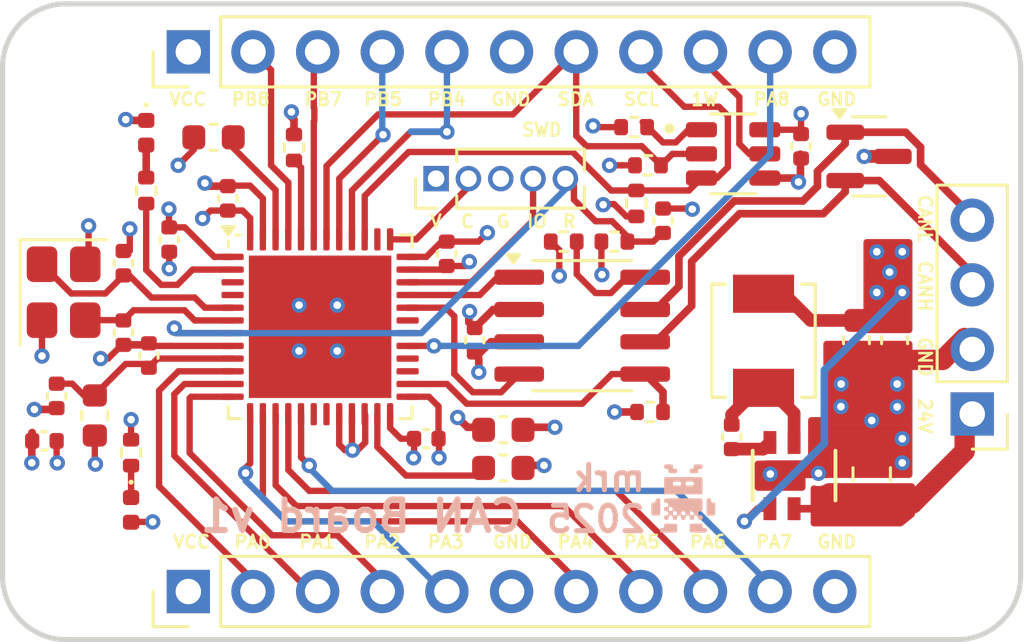
<source format=kicad_pcb>
(kicad_pcb (version 20241229) (generator "pcbnew") (generator_version "9.0")
  (title_block (title "STM32 CAN Node"))
  (layers (0 "F.Cu" signal) (4 "In1.Cu" power "Gnd.Cu") (6 "In2.Cu" power "Vcc.Cu") (2 "B.Cu" signal) (13 "F.Paste" user) (15 "B.Paste" user) (5 "F.SilkS" user "F.Silkscreen") (7 "B.SilkS" user "B.Silkscreen") (1 "F.Mask" user) (3 "B.Mask" user) (25 "Edge.Cuts" user))
  (net 0 "")
  (net 1 "+VIN")
  (net 2 "PA4")
  (net 3 "+3.3V")
  (net 4 "+3.3VA")
  (net 5 "HSE_IN")
  (net 6 "PA6")
  (net 7 "HSE_OUT")
  (net 8 "/PWR_LED_K")
  (net 9 "BOOT0")
  (net 10 "PA3")
  (net 11 "CAN_EN")
  (net 12 "/CAN_RS")
  (net 13 "I2C_SDA")
  (net 14 "PA2")
  (net 15 "Net-(C15-Pad1)")
  (net 16 "PA8")
  (net 17 "PA7")
  (net 18 "PA1")
  (net 19 "PA0")
  (net 20 "PA5")
  (net 21 "USER LED")
  (net 22 "CAN_RX")
  (net 23 "CANH")
  (net 24 "CAN_TX")
  (net 25 "PB5")
  (net 26 "PB7")
  (net 27 "CANL")
  (net 28 "Net-(D2-A)")
  (net 29 "NRST")
  (net 30 "PB4")
  (net 31 "I2C_SCL")
  (net 32 "PB8")
  (net 33 "GND")
  (net 34 "SWDIO")
  (net 35 "SWDCLK")
  (net 36 "Net-(U1-SLPZ)")
  (net 37 "1-W")
  (net 38 "/BST")
  (net 39 "/SW")
  (net 40 "Net-(C30-Pad1)")
  (footprint "Resistor_SMD:R_0402_1005Metric" (layer "F.Cu") (at 85.21 53.5)
    (property "Reference" "R5" (hide yes))
    (property "Value" "1.5kΩ" (hide yes))
  )
  (footprint "Capacitor_SMD:C_0402_1005Metric" (layer "F.Cu") (at 76.5 64.25 180)
    (property "Reference" "C6" (hide yes))
    (property "Value" "100nF" (hide yes))
  )
  (footprint "footprints:AP63203WU-7_DIO" (layer "F.Cu") (at 90.949999 65.70175 90)
    (property "Reference" "U5" (hide yes))
    (property "Value" "AP63203WU-7" (hide yes))
  )
  (footprint "Resistor_SMD:R_0402_1005Metric" (layer "F.Cu") (at 85.29 63.2)
    (property "Reference" "R7" (hide yes))
    (property "Value" "10kΩ" (hide yes))
  )
  (footprint "Package_TO_SOT_SMD:SOT-23" (layer "F.Cu") (at 93.895 53.15)
    (property "Reference" "D3" (hide yes))
    (property "Value" "NUP2105L" (hide yes))
  )
  (footprint "MountingHole:MountingHole_2.2mm_M2" (layer "F.Cu") (at 62.35 49.65)
    (property "Reference" "H2" (hide yes))
    (property "Value" "MountingHole" (hide yes))
  )
  (footprint "Capacitor_SMD:C_0603_1608Metric" (layer "F.Cu") (at 93.4 60.375 -90)
    (property "Reference" "C19" (hide yes))
    (property "Value" "22uF" (hide yes))
  )
  (footprint "mrk:DS2484" (layer "F.Cu") (at 88.555 53.051001)
    (property "Reference" "U1" (hide yes))
    (property "Value" "DS2484R+T")
  )
  (footprint "Capacitor_SMD:C_0402_1005Metric" (layer "F.Cu") (at 65.6 60.98 90)
    (property "Reference" "C8" (hide yes))
    (property "Value" "10nF" (hide yes))
  )
  (footprint "MountingHole:MountingHole_2.2mm_M2" (layer "F.Cu") (at 62.35 69.65)
    (property "Reference" "H3" (hide yes))
    (property "Value" "MountingHole" (hide yes))
  )
  (footprint "MountingHole:MountingHole_2.2mm_M2" (layer "F.Cu") (at 97.35 69.65)
    (property "Reference" "H4" (hide yes))
    (property "Value" "MountingHole" (hide yes))
  )
  (footprint "mrk:robbo2" (layer "F.Cu") (at 86.6 66.6)
    (property "Reference" "G***" (hide yes))
    (property "Value" "LOGO" (hide yes))
  )
  (footprint "Resistor_SMD:R_0402_1005Metric" (layer "F.Cu") (at 81.9 56.5 180)
    (property "Reference" "R3" (hide yes))
    (property "Value" "0Ω" (hide yes))
  )
  (footprint "Capacitor_SMD:C_0603_1608Metric" (layer "F.Cu") (at 68.14 52.4 180)
    (property "Reference" "C30" (hide yes))
    (property "Value" "2.2uF" (hide yes))
  )
  (footprint "Inductor_SMD:L_0603_1608Metric" (layer "F.Cu") (at 63.475 63.3375 -90)
    (property "Reference" "FB1" (hide yes))
    (property "Value" "FCM1608KF-601T05" (hide yes))
  )
  (footprint "Capacitor_SMD:C_0402_1005Metric" (layer "F.Cu") (at 85.8 55.68 -90)
    (property "Reference" "C11" (hide yes))
    (property "Value" "100nF" (hide yes))
  )
  (footprint "Capacitor_SMD:C_0402_1005Metric" (layer "F.Cu") (at 61.495 64.3375 180)
    (property "Reference" "C10" (hide yes))
    (property "Value" "100nF" (hide yes))
  )
  (footprint "Capacitor_SMD:C_0402_1005Metric" (layer "F.Cu") (at 88.5 64.18 90)
    (property "Reference" "C20" (hide yes))
    (property "Value" "100nF" (hide yes))
  )
  (footprint "Capacitor_SMD:C_0402_1005Metric" (layer "F.Cu") (at 66.4 56.42 -90)
    (property "Reference" "C4" (hide yes))
    (property "Value" "100nF" (hide yes))
  )
  (footprint "Resistor_SMD:R_0402_1005Metric" (layer "F.Cu") (at 84.665 52)
    (property "Reference" "R6" (hide yes))
    (property "Value" "1.5kΩ" (hide yes))
  )
  (footprint "mrk:IND_SRP4020TA-4R7M" (layer "F.Cu") (at 89.75 60.4 90)
    (property "Reference" "L1" (hide yes))
    (property "Value" "4.7uH" (hide yes))
  )
  (footprint "Resistor_SMD:R_0402_1005Metric" (layer "F.Cu") (at 84.75 55 90)
    (property "Reference" "R4" (hide yes))
    (property "Value" "1.5kΩ" (hide yes))
  )
  (footprint "Capacitor_SMD:C_0402_1005Metric" (layer "F.Cu") (at 64.6 60.08 -90)
    (property "Reference" "C13" (hide yes))
    (property "Value" "10pF" (hide yes))
  )
  (footprint "LED_SMD:LED_0402_1005Metric" (layer "F.Cu") (at 65.494375 52.219375 -90)
    (property "Reference" "D2" (hide yes))
    (property "Value" "C165977" (hide yes))
  )
  (footprint "Capacitor_SMD:C_0402_1005Metric" (layer "F.Cu") (at 78.4 60.38 90)
    (property "Reference" "C14" (hide yes))
    (property "Value" "100nF" (hide yes))
  )
  (footprint "Connector_PinHeader_2.54mm:PinHeader_1x04_P2.54mm_Vertical" (layer "F.Cu") (at 97.95 63.28 180)
    (property "Reference" "J1" (hide yes))
    (property "Value" "Conn_01x04_Pin" (hide yes))
  )
  (footprint "Capacitor_SMD:C_0805_2012Metric" (layer "F.Cu") (at 94 65.65 90)
    (property "Reference" "C1" (hide yes))
    (property "Value" "22uF" (hide yes))
  )
  (footprint "Package_SO:SOIC-8_3.9x4.9mm_P1.27mm" (layer "F.Cu") (at 82.625 59.805)
    (property "Reference" "U4" (hide yes))
    (property "Value" "SN65HVD234DR")
  )
  (footprint "Capacitor_SMD:C_0603_1608Metric" (layer "F.Cu") (at 79.525 65.4)
    (property "Reference" "C15" (hide yes))
    (property "Value" "2.2uF" (hide yes))
  )
  (footprint "Package_DFN_QFN:QFN-48-1EP_7x7mm_P0.5mm_EP5.6x5.6mm" (layer "F.Cu") (at 72.3275 59.85)
    (property "Reference" "U3_1" (hide yes))
    (property "Value" "STM32U535CEUxQ" (hide yes))
  )
  (footprint "Capacitor_SMD:C_0402_1005Metric" (layer "F.Cu") (at 61.975 62.5675 -90)
    (property "Reference" "C9" (hide yes))
    (property "Value" "1uF" (hide yes))
  )
  (footprint "Connector_PinHeader_1.27mm:PinHeader_1x05_P1.27mm_Vertical" (layer "F.Cu") (at 76.885 54.025 90)
    (property "Reference" "J4" (hide yes))
    (property "Value" "Conn_01x05_Pin" (hide yes))
  )
  (footprint "Capacitor_SMD:C_0402_1005Metric" (layer "F.Cu") (at 77.3 56.98 -90)
    (property "Reference" "C5" (hide yes))
    (property "Value" "100nF" (hide yes))
  )
  (footprint "Capacitor_SMD:C_0402_1005Metric" (layer "F.Cu") (at 68.7 54.8 90)
    (property "Reference" "C7" (hide yes))
    (property "Value" "100nF" (hide yes))
  )
  (footprint "Capacitor_SMD:C_0402_1005Metric" (layer "F.Cu") (at 64.6 57.35 90)
    (property "Reference" "C12" (hide yes))
    (property "Value" "10pF" (hide yes))
  )
  (footprint "Capacitor_SMD:C_0603_1608Metric" (layer "F.Cu") (at 79.525 63.9)
    (property "Reference" "C3" (hide yes))
    (property "Value" "10uF" (hide yes))
  )
  (footprint "Capacitor_SMD:C_0402_1005Metric" (layer "F.Cu") (at 91.225 52.75 -90)
    (property "Reference" "C16" (hide yes))
    (property "Value" "100nF" (hide yes))
  )
  (footprint "MountingHole:MountingHole_2.2mm_M2" (layer "F.Cu") (at 97.35 49.65)
    (property "Reference" "H1" (hide yes))
    (property "Value" "MountingHole" (hide yes))
  )
  (footprint "Connector_PinHeader_2.54mm:PinHeader_1x11_P2.54mm_Vertical" (layer "F.Cu") (at 67.15 49.04 90)
    (property "Reference" "J3" (hide yes))
    (property "Value" "Conn_01x11_Pin" (hide yes))
  )
  (footprint "Crystal:Crystal_SMD_3225-4Pin_3.2x2.5mm" (layer "F.Cu") (at 62.25 58.49 -90)
    (property "Reference" "Y1" (hide yes))
    (property "Value" "16MHz" (hide yes))
  )
  (footprint "Resistor_SMD:R_0402_1005Metric" (layer "F.Cu") (at 64.9 64.79975 90)
    (property "Reference" "R1" (hide yes))
    (property "Value" "1.5kΩ" (hide yes))
  )
  (footprint "LED_SMD:LED_0402_1005Metric" (layer "F.Cu") (at 64.9 67.04975 -90)
    (property "Reference" "D1" (hide yes))
    (property "Value" "C397045" (hide yes))
  )
  (footprint "Resistor_SMD:R_0402_1005Metric" (layer "F.Cu") (at 71.3 52.8 90)
    (property "Reference" "R2" (hide yes))
    (property "Value" "10kΩ" (hide yes))
  )
  (footprint "Connector_PinHeader_2.54mm:PinHeader_1x11_P2.54mm_Vertical" (layer "F.Cu") (at 67.15 70.26 90)
    (property "Reference" "J2" (hide yes))
    (property "Value" "Conn_01x11_Pin" (hide yes))
  )
  (footprint "Resistor_SMD:R_0402_1005Metric" (layer "F.Cu") (at 83.89 56.5)
    (property "Reference" "R8" (hide yes))
    (property "Value" "10kΩ" (hide yes))
  )
  (footprint "Capacitor_SMD:C_0603_1608Metric" (layer "F.Cu") (at 94.9 60.375 -90)
    (property "Reference" "C18" (hide yes))
    (property "Value" "22uF" (hide yes))
  )
  (footprint "Resistor_SMD:R_0402_1005Metric" (layer "F.Cu") (at 65.494375 54.494375 90)
    (property "Reference" "R9" (hide yes))
    (property "Value" "1.5kΩ" (hide yes))
  )
  (gr_arc (start 99.85 69.65) (mid 99.117767 71.417767) (end 97.35 72.15) (stroke (width 0.2)) (layer "Edge.Cuts"))
  (gr_arc (start 59.85 49.65) (mid 60.582233 47.882233) (end 62.35 47.15) (stroke (width 0.2)) (layer "Edge.Cuts"))
  (gr_line (start 99.85 69.65) (end 99.85 49.65) (stroke (width 0.2)) (layer "Edge.Cuts"))
  (gr_line (start 62.35 47.15) (end 97.35 47.15) (stroke (width 0.2)) (layer "Edge.Cuts"))
  (gr_line (start 59.85 49.65) (end 59.85 69.65) (stroke (width 0.2)) (layer "Edge.Cuts"))
  (gr_line (start 62.35 72.15) (end 97.35 72.15) (stroke (width 0.2)) (layer "Edge.Cuts"))
  (gr_arc (start 97.35 47.15) (mid 99.117767 47.882233) (end 99.85 49.65) (stroke (width 0.2)) (layer "Edge.Cuts"))
  (gr_arc (start 62.35 72.15) (mid 60.582233 71.417767) (end 59.85 69.65) (stroke (width 0.2)) (layer "Edge.Cuts"))
  (gr_text "PA2" (at 74 68.6 0) (layer "F.SilkS") (effects (font (size 0.5 0.5) (thickness 0.1) (bold yes)) (justify left bottom)))
  (gr_text "G" (at 79.2 56 0) (layer "F.SilkS") (effects (font (size 0.5 0.5) (thickness 0.1) (bold yes)) (justify left bottom)))
  (gr_text "GND" (at 91.8 68.6 0) (layer "F.SilkS") (effects (font (size 0.5 0.5) (thickness 0.1) (bold yes)) (justify left bottom)))
  (gr_text "SWD" (at 80.2 52.4 0) (layer "F.SilkS") (effects (font (size 0.5 0.5) (thickness 0.1) (bold yes)) (justify left bottom)))
  (gr_text "PA4" (at 81.6 68.6 0) (layer "F.SilkS") (effects (font (size 0.5 0.5) (thickness 0.1) (bold yes)) (justify left bottom)))
  (gr_text "VCC" (at 66.5 68.6 0) (layer "F.SilkS") (effects (font (size 0.5 0.5) (thickness 0.1) (bold yes)) (justify left bottom)))
  (gr_text "PA6" (at 86.8 68.6 0) (layer "F.SilkS") (effects (font (size 0.5 0.5) (thickness 0.1) (bold yes)) (justify left bottom)))
  (gr_text "PA1" (at 71.45 68.6 0) (layer "F.SilkS") (effects (font (size 0.5 0.5) (thickness 0.1) (bold yes)) (justify left bottom)))
  (gr_text "SCL" (at 84.2 51.2 0) (layer "F.SilkS") (effects (font (size 0.5 0.5) (thickness 0.1) (bold yes)) (justify left bottom)))
  (gr_text "PB5" (at 74 51.2 0) (layer "F.SilkS") (effects (font (size 0.5 0.5) (thickness 0.1) (bold yes)) (justify left bottom)))
  (gr_text "CANL" (at 95.8 54.6 270) (layer "F.SilkS") (effects (font (size 0.5 0.5) (thickness 0.1) (bold yes)) (justify left bottom)))
  (gr_text "GND" (at 95.8 60.2 270) (layer "F.SilkS") (effects (font (size 0.5 0.5) (thickness 0.1) (bold yes)) (justify left bottom)))
  (gr_text "VCC" (at 66.35 51.2 0) (layer "F.SilkS") (effects (font (size 0.5 0.5) (thickness 0.1) (bold yes)) (justify left bottom)))
  (gr_text "PA0" (at 68.9 68.6 0) (layer "F.SilkS") (effects (font (size 0.5 0.5) (thickness 0.1) (bold yes)) (justify left bottom)))
  (gr_text "PB7" (at 71.65 51.2 0) (layer "F.SilkS") (effects (font (size 0.5 0.5) (thickness 0.1) (bold yes)) (justify left bottom)))
  (gr_text "PB4" (at 76.5 51.2 0) (layer "F.SilkS") (effects (font (size 0.5 0.5) (thickness 0.1) (bold yes)) (justify left bottom)))
  (gr_text "PA3" (at 76.5 68.6 0) (layer "F.SilkS") (effects (font (size 0.5 0.5) (thickness 0.1) (bold yes)) (justify left bottom)))
  (gr_text "24V" (at 95.8 62.6 270) (layer "F.SilkS") (effects (font (size 0.5 0.5) (thickness 0.1) (bold yes)) (justify left bottom)))
  (gr_text "PB8" (at 68.8 51.2 0) (layer "F.SilkS") (effects (font (size 0.5 0.5) (thickness 0.1) (bold yes)) (justify left bottom)))
  (gr_text "1W" (at 86.85 51.2 0) (layer "F.SilkS") (effects (font (size 0.5 0.5) (thickness 0.1) (bold yes)) (justify left bottom)))
  (gr_text "V" (at 76.6 56 0) (layer "F.SilkS") (effects (font (size 0.5 0.5) (thickness 0.1) (bold yes)) (justify left bottom)))
  (gr_text "GND" (at 79.05 68.6 0) (layer "F.SilkS") (effects (font (size 0.5 0.5) (thickness 0.1) (bold yes)) (justify left bottom)))
  (gr_text "CANH" (at 95.8 57.2 270) (layer "F.SilkS") (effects (font (size 0.5 0.5) (thickness 0.1) (bold yes)) (justify left bottom)))
  (gr_text "PA7" (at 89.4 68.6 0) (layer "F.SilkS") (effects (font (size 0.5 0.5) (thickness 0.1) (bold yes)) (justify left bottom)))
  (gr_text "PA8" (at 89.3 51.2 0) (layer "F.SilkS") (effects (font (size 0.5 0.5) (thickness 0.1) (bold yes)) (justify left bottom)))
  (gr_text "R" (at 81.8 56 0) (layer "F.SilkS") (effects (font (size 0.5 0.5) (thickness 0.1) (bold yes)) (justify left bottom)))
  (gr_text "C" (at 77.8 56 0) (layer "F.SilkS") (effects (font (size 0.5 0.5) (thickness 0.1) (bold yes)) (justify left bottom)))
  (gr_text "GND" (at 91.8 51.2 0) (layer "F.SilkS") (effects (font (size 0.5 0.5) (thickness 0.1) (bold yes)) (justify left bottom)))
  (gr_text "SDA" (at 81.6 51.2 0) (layer "F.SilkS") (effects (font (size 0.5 0.5) (thickness 0.1) (bold yes)) (justify left bottom)))
  (gr_text "IO" (at 80.4 56 0) (layer "F.SilkS") (effects (font (size 0.5 0.5) (thickness 0.1) (bold yes)) (justify left bottom)))
  (gr_text "PA5" (at 84.2 68.6 0) (layer "F.SilkS") (effects (font (size 0.5 0.5) (thickness 0.1) (bold yes)) (justify left bottom)))
  (gr_text "GND" (at 79 51.2 0) (layer "F.SilkS") (effects (font (size 0.5 0.5) (thickness 0.1) (bold yes)) (justify left bottom)))
  (gr_text "mrk\n2025" (at 85.2 68 0) (layer "B.SilkS") (effects (font (size 1 1) (thickness 0.2) (bold yes)) (justify left bottom mirror)))
  (gr_text "CAN Board v1" (at 80.4 68 0) (layer "B.SilkS") (effects (font (size 1.2 1.2) (thickness 0.24) (bold yes)) (justify left bottom mirror)))
  (segment (start 90.949999 67.0035) (end 91.9 67.0035) (width 0.3) (layer "F.Cu") (net 1))
  (segment (start 95.2 66.8) (end 95.6 66.8) (width 0.8) (layer "F.Cu") (net 1))
  (segment (start 95.6 66.8) (end 97.65 64.75) (width 0.8) (layer "F.Cu") (net 1))
  (segment (start 97.65 64.75) (end 97.65 62.83) (width 0.8) (layer "F.Cu") (net 1))
  (segment (start 70.08 66.58) (end 71 67.5) (width 0.25) (layer "F.Cu") (net 2))
  (segment (start 71 67.5) (end 80.08 67.5) (width 0.25) (layer "F.Cu") (net 2))
  (segment (start 80.08 67.5) (end 82.39 69.81) (width 0.25) (layer "F.Cu") (net 2))
  (segment (start 70.08 63.2875) (end 70.08 66.58) (width 0.25) (layer "F.Cu") (net 2))
  (segment (start 79.05 63.8) (end 78.116442 63.8) (width 0.3) (layer "F.Cu") (net 3))
  (segment (start 63.475 64.125) (end 63.475 65.225) (width 0.25) (layer "F.Cu") (net 3))
  (segment (start 75.7675 57.1) (end 76.5 57.1) (width 0.25) (layer "F.Cu") (net 3))
  (segment (start 83.474265 55.025735) (end 83.877507 55.025735) (width 0.25) (layer "F.Cu") (net 3))
  (segment (start 68.02 55.28) (end 67.71 55.59) (width 0.25) (layer "F.Cu") (net 3))
  (segment (start 83.38 56.5) (end 83.38 57.78) (width 0.25) (layer "F.Cu") (net 3))
  (segment (start 76.98 62.98) (end 76.6 62.6) (width 0.25) (layer "F.Cu") (net 3))
  (segment (start 83.38 57.78) (end 83.4 57.8) (width 0.25) (layer "F.Cu") (net 3))
  (segment (start 80.15 60.44) (end 79.04 60.44) (width 0.3) (layer "F.Cu") (net 3))
  (segment (start 78.55 56.5) (end 77.3 56.5) (width 0.25) (layer "F.Cu") (net 3))
  (segment (start 61.975 64.975) (end 61.975 64.3375) (width 0.25) (layer "F.Cu") (net 3))
  (segment (start 68.7 55.28) (end 68.02 55.28) (width 0.25) (layer "F.Cu") (net 3))
  (segment (start 78.116442 63.8) (end 77.731324 63.414882) (width 0.3) (layer "F.Cu") (net 3))
  (segment (start 94.9 59.6) (end 91.6 59.6) (width 0.5) (layer "F.Cu") (net 3))
  (segment (start 83.05 51.95) (end 83.1 52) (width 0.25) (layer "F.Cu") (net 3))
  (segment (start 77 65) (end 77 64.27) (width 0.25) (layer "F.Cu") (net 3))
  (segment (start 78.562765 61.122765) (end 78.4 60.96) (width 0.25) (layer "F.Cu") (net 3))
  (segment (start 67.0075 55.94) (end 66.4 55.94) (width 0.25) (layer "F.Cu") (net 3))
  (segment (start 79.04 60.44) (end 78.5 60.98) (width 0.3) (layer "F.Cu") (net 3))
  (segment (start 91.225 52.27) (end 91.225 51.47) (width 0.25) (layer "F.Cu") (net 3))
  (segment (start 69.58 55.58) (end 69.28 55.28) (width 0.25) (layer "F.Cu") (net 3))
  (segment (start 76.6 62.6) (end 75.765 62.6) (width 0.25) (layer "F.Cu") (net 3))
  (segment (start 84.199265 53.500735) (end 84.2 53.5) (width 0.25) (layer "F.Cu") (net 3))
  (segment (start 84.2 53.5) (end 84.7 53.5) (width 0.25) (layer "F.Cu") (net 3))
  (segment (start 65.75 67.521) (end 64.91375 67.521) (width 0.25) (layer "F.Cu") (net 3))
  (segment (start 62 65) (end 61.975 64.975) (width 0.25) (layer "F.Cu") (net 3))
  (segment (start 83.877507 55.025735) (end 84.361772 55.51) (width 0.25) (layer "F.Cu") (net 3))
  (segment (start 91.055 52.1) (end 89.801001 52.1) (width 0.25) (layer "F.Cu") (net 3))
  (segment (start 76.5 57.1) (end 77.1 56.5) (width 0.25) (layer "F.Cu") (net 3))
  (segment (start 83.45 55.05) (end 83.474265 55.025735) (width 0.25) (layer "F.Cu") (net 3))
  (segment (start 90.55 58.55) (end 89.75 58.55) (width 0.5) (layer "F.Cu") (net 3))
  (segment (start 89.4965 67.0035) (end 89.999998 67.0035) (width 0.25) (layer "F.Cu") (net 3))
  (segment (start 84.361772 55.51) (end 84.75 55.51) (width 0.25) (layer "F.Cu") (net 3))
  (segment (start 89 67.5) (end 89.4965 67.0035) (width 0.25) (layer "F.Cu") (net 3))
  (segment (start 78.9 56.15) (end 78.65 56.4) (width 0.25) (layer "F.Cu") (net 3))
  (segment (start 91.225 52.27) (end 91.055 52.1) (width 0.25) (layer "F.Cu") (net 3))
  (segment (start 76.98 64.25) (end 76.98 62.98) (width 0.25) (layer "F.Cu") (net 3))
  (segment (start 69.58 56.4125) (end 69.58 55.58) (width 0.25) (layer "F.Cu") (net 3))
  (segment (start 66.387306 55.22) (end 66.387306 55.927306) (width 0.25) (layer "F.Cu") (net 3))
  (segment (start 78.562765 61.637235) (end 78.562765 61.122765) (width 0.3) (layer "F.Cu") (net 3))
  (segment (start 78.65 56.4) (end 78.55 56.5) (width 0.25) (layer "F.Cu") (net 3))
  (segment (start 83.1 52) (end 84.155 52) (width 0.25) (layer "F.Cu") (net 3))
  (segment (start 63.475 65.225) (end 63.5 65.25) (width 0.25) (layer "F.Cu") (net 3))
  (segment (start 91.6 59.6) (end 90.55 58.55) (width 0.5) (layer "F.Cu") (net 3))
  (segment (start 68.8925 57.1) (end 68.1675 57.1) (width 0.25) (layer "F.Cu") (net 3))
  (segment (start 83.699265 53.500735) (end 84.199265 53.500735) (width 0.25) (layer "F.Cu") (net 3))
  (segment (start 68.1675 57.1) (end 67.0075 55.94) (width 0.25) (layer "F.Cu") (net 3))
  (segment (start 69.28 55.28) (end 68.7 55.28) (width 0.25) (layer "F.Cu") (net 3))
  (segment (start 62 65.2) (end 62 65) (width 0.25) (layer "F.Cu") (net 3))
  (via (at 95.2 58.5) (size 0.6) (drill 0.3) (layers "F.Cu" "B.Cu") (net 3))
  (via (at 66.387306 55.22) (size 0.6) (drill 0.3) (layers "F.Cu" "B.Cu") (net 3))
  (via (at 94.2 56.9) (size 0.6) (drill 0.3) (layers "F.Cu" "B.Cu") (net 3))
  (via (at 67.71 55.59) (size 0.6) (drill 0.3) (layers "F.Cu" "B.Cu") (net 3))
  (via (at 95.2 56.9) (size 0.6) (drill 0.3) (layers "F.Cu" "B.Cu") (net 3))
  (via (at 77 65) (size 0.6) (drill 0.3) (layers "F.Cu" "B.Cu") (net 3))
  (via (at 83.699265 53.500735) (size 0.6) (drill 0.3) (layers "F.Cu" "B.Cu") (net 3))
  (via (at 83.45 55.05) (size 0.6) (drill 0.3) (layers "F.Cu" "B.Cu") (net 3))
  (via (at 83.05 51.95) (size 0.6) (drill 0.3) (layers "F.Cu" "B.Cu") (net 3))
  (via (at 89 67.5) (size 0.6) (drill 0.3) (layers "F.Cu" "B.Cu") (net 3))
  (via (at 77.731324 63.414882) (size 0.6) (drill 0.3) (layers "F.Cu" "B.Cu") (net 3))
  (via (at 83.4 57.8) (size 0.6) (drill 0.3) (layers "F.Cu" "B.Cu") (net 3))
  (via (at 65.75 67.521) (size 0.6) (drill 0.3) (layers "F.Cu" "B.Cu") (net 3))
  (via (at 94.2 58.5) (size 0.6) (drill 0.3) (layers "F.Cu" "B.Cu") (net 3))
  (via (at 63.5 65.25) (size 0.6) (drill 0.3) (layers "F.Cu" "B.Cu") (net 3))
  (via (at 78.9 56.15) (size 0.6) (drill 0.3) (layers "F.Cu" "B.Cu") (net 3))
  (via (at 62 65.2) (size 0.6) (drill 0.3) (layers "F.Cu" "B.Cu") (net 3))
  (via (at 94.7 57.7) (size 0.6) (drill 0.3) (layers "F.Cu" "B.Cu") (net 3))
  (via (at 91.225 51.47) (size 0.6) (drill 0.3) (layers "F.Cu" "B.Cu") (net 3))
  (via (at 78.562765 61.637235) (size 0.6) (drill 0.3) (layers "F.Cu" "B.Cu") (net 3))
  (segment (start 92.13938 61.56062) (end 95.2 58.5) (width 0.3) (layer "B.Cu") (net 3))
  (segment (start 92.13938 64.43562) (end 92.13938 61.56062) (width 0.3) (layer "B.Cu") (net 3))
  (segment (start 89 67.5) (end 89.075 67.5) (width 0.3) (layer "B.Cu") (net 3))
  (segment (start 89.075 67.5) (end 92.13938 64.43562) (width 0.3) (layer "B.Cu") (net 3))
  (segment (start 64.69 61.31) (end 63.475 62.525) (width 0.25) (layer "F.Cu") (net 4))
  (segment (start 65.73 61.31) (end 64.69 61.31) (width 0.25) (layer "F.Cu") (net 4))
  (segment (start 68.8925 61.1) (end 65.94 61.1) (width 0.25) (layer "F.Cu") (net 4))
  (segment (start 63.05 62.55) (end 62.5875 62.0875) (width 0.25) (layer "F.Cu") (net 4))
  (segment (start 63.475 62.55) (end 63.05 62.55) (width 0.25) (layer "F.Cu") (net 4))
  (segment (start 65.94 61.1) (end 65.73 61.31) (width 0.25) (layer "F.Cu") (net 4))
  (segment (start 62.5875 62.0875) (end 61.975 62.0875) (width 0.25) (layer "F.Cu") (net 4))
  (segment (start 62.549 58.539) (end 63.891 58.539) (width 0.25) (layer "F.Cu") (net 5))
  (segment (start 67.4 58.7) (end 65.7 58.7) (width 0.25) (layer "F.Cu") (net 5))
  (segment (start 67.8 59.1) (end 67.4 58.7) (width 0.25) (layer "F.Cu") (net 5))
  (segment (start 68.8925 59.1) (end 67.8 59.1) (width 0.25) (layer "F.Cu") (net 5))
  (segment (start 63.891 58.539) (end 64.6 57.83) (width 0.25) (layer "F.Cu") (net 5))
  (segment (start 65.7 58.7) (end 64.83 57.83) (width 0.25) (layer "F.Cu") (net 5))
  (segment (start 64.83 57.83) (end 64.6 57.83) (width 0.25) (layer "F.Cu") (net 5))
  (segment (start 61.4 57.39) (end 62.549 58.539) (width 0.25) (layer "F.Cu") (net 5))
  (segment (start 71.899999 66.3) (end 83.96 66.3) (width 0.25) (layer "F.Cu") (net 6))
  (segment (start 71.08 63.2875) (end 71.08 65.480001) (width 0.25) (layer "F.Cu") (net 6))
  (segment (start 83.96 66.3) (end 87.51 69.85) (width 0.25) (layer "F.Cu") (net 6))
  (segment (start 71.08 65.480001) (end 71.899999 66.3) (width 0.25) (layer "F.Cu") (net 6))
  (segment (start 68.8925 59.6) (end 67.4 59.6) (width 0.25) (layer "F.Cu") (net 7))
  (segment (start 67.4 59.6) (end 67 59.2) (width 0.25) (layer "F.Cu") (net 7))
  (segment (start 63.1 59.59) (end 64.59 59.59) (width 0.25) (layer "F.Cu") (net 7))
  (segment (start 65 59.2) (end 64.75 59.45) (width 0.25) (layer "F.Cu") (net 7))
  (segment (start 67 59.2) (end 65 59.2) (width 0.25) (layer "F.Cu") (net 7))
  (segment (start 64.9 66.56475) (end 64.9 65.30975) (width 0.25) (layer "F.Cu") (net 8))
  (segment (start 71.58 53.59) (end 71.3 53.31) (width 0.25) (layer "F.Cu") (net 9))
  (segment (start 71.58 56.4125) (end 71.58 53.59) (width 0.25) (layer "F.Cu") (net 9))
  (segment (start 69.58 65.22) (end 69.58 63.2875) (width 0.25) (layer "F.Cu") (net 10))
  (segment (start 69.4 65.4) (end 69.58 65.22) (width 0.25) (layer "F.Cu") (net 10))
  (segment (start 69.4 65.6) (end 69.4 65.4) (width 0.25) (layer "F.Cu") (net 10))
  (via (at 69.4 65.6) (size 0.6) (drill 0.3) (layers "F.Cu" "B.Cu") (net 10))
  (segment (start 71 67.5) (end 74.4 67.5) (width 0.25) (layer "B.Cu") (net 10))
  (segment (start 74.4 67.5) (end 76.71 69.81) (width 0.25) (layer "B.Cu") (net 10))
  (segment (start 69.4 65.6) (end 69.4 65.9) (width 0.25) (layer "B.Cu") (net 10))
  (segment (start 69.4 65.9) (end 71 67.5) (width 0.25) (layer "B.Cu") (net 10))
  (segment (start 77.313 62.1) (end 78.087 62.874) (width 0.25) (layer "F.Cu") (net 11))
  (segment (start 85.8 63.2) (end 85.8 62.41) (width 0.3) (layer "F.Cu") (net 11))
  (segment (start 75.7675 62.1) (end 77.313 62.1) (width 0.25) (layer "F.Cu") (net 11))
  (segment (start 83.79 61.71) (end 85.1 61.71) (width 0.25) (layer "F.Cu") (net 11))
  (segment (start 78.087 62.874) (end 82.626 62.874) (width 0.25) (layer "F.Cu") (net 11))
  (segment (start 85.8 62.41) (end 85.1 61.71) (width 0.3) (layer "F.Cu") (net 11))
  (segment (start 82.626 62.874) (end 83.79 61.71) (width 0.25) (layer "F.Cu") (net 11))
  (segment (start 83.75 58.525) (end 83.15 58.525) (width 0.25) (layer "F.Cu") (net 12))
  (segment (start 82.41 57.785) (end 82.41 56.5) (width 0.25) (layer "F.Cu") (net 12))
  (segment (start 83.15 58.525) (end 82.41 57.785) (width 0.25) (layer "F.Cu") (net 12))
  (segment (start 84.375 57.9) (end 83.75 58.525) (width 0.25) (layer "F.Cu") (net 12))
  (segment (start 82.39 52.34) (end 82.8 52.75) (width 0.25) (layer "F.Cu") (net 13))
  (segment (start 82.39 49.01) (end 82.39 52.34) (width 0.25) (layer "F.Cu") (net 13))
  (segment (start 85.72 53.5) (end 86.168999 53.051001) (width 0.25) (layer "F.Cu") (net 13))
  (segment (start 79.9 51.5) (end 82.39 49.01) (width 0.25) (layer "F.Cu") (net 13))
  (segment (start 84.97 52.75) (end 85.72 53.5) (width 0.25) (layer "F.Cu") (net 13))
  (segment (start 74.60875 51.5) (end 79.9 51.5) (width 0.25) (layer "F.Cu") (net 13))
  (segment (start 72.58 53.52875) (end 74.60875 51.5) (width 0.25) (layer "F.Cu") (net 13))
  (segment (start 86.168999 53.051001) (end 87.31 53.051001) (width 0.25) (layer "F.Cu") (net 13))
  (segment (start 72.58 56.4125) (end 72.58 53.52875) (width 0.25) (layer "F.Cu") (net 13))
  (segment (start 82.8 52.75) (end 84.97 52.75) (width 0.25) (layer "F.Cu") (net 13))
  (segment (start 67.25875 62.6) (end 67.2 62.65875) (width 0.25) (layer "F.Cu") (net 14))
  (segment (start 67.2 62.65875) (end 67.2 64.80852) (width 0.25) (layer "F.Cu") (net 14))
  (segment (start 73.007 68.047) (end 74.77 69.81) (width 0.25) (layer "F.Cu") (net 14))
  (segment (start 70.43848 68.047) (end 73.007 68.047) (width 0.25) (layer "F.Cu") (net 14))
  (segment (start 68.8925 62.6) (end 67.25875 62.6) (width 0.25) (layer "F.Cu") (net 14))
  (segment (start 67.2 64.80852) (end 70.43848 68.047) (width 0.25) (layer "F.Cu") (net 14))
  (segment (start 75.7 65.7) (end 74.5775 64.5775) (width 0.25) (layer "F.Cu") (net 15))
  (segment (start 78.45 65.7) (end 75.7 65.7) (width 0.25) (layer "F.Cu") (net 15))
  (segment (start 74.5775 64.427443) (end 74.5775 63.2875) (width 0.25) (layer "F.Cu") (net 15))
  (segment (start 74.5775 64.5775) (end 74.5775 64.427443) (width 0.25) (layer "F.Cu") (net 15))
  (segment (start 78.549 65.601) (end 78.45 65.7) (width 0.25) (layer "F.Cu") (net 15))
  (segment (start 75.7675 60.6) (end 76.8 60.6) (width 0.25) (layer "F.Cu") (net 16))
  (via (at 76.8 60.6) (size 0.6) (drill 0.3) (layers "F.Cu" "B.Cu") (net 16))
  (segment (start 82.475 60.6) (end 90.01 53.065) (width 0.25) (layer "B.Cu") (net 16))
  (segment (start 76.8 60.6) (end 82.475 60.6) (width 0.25) (layer "B.Cu") (net 16))
  (segment (start 90.01 53.065) (end 90.01 49.49) (width 0.25) (layer "B.Cu") (net 16))
  (segment (start 71.58 63.2875) (end 71.58 64.98) (width 0.25) (layer "F.Cu") (net 17))
  (segment (start 71.58 64.98) (end 71.9 65.3) (width 0.25) (layer "F.Cu") (net 17))
  (via (at 71.9 65.3) (size 0.6) (drill 0.3) (layers "F.Cu" "B.Cu") (net 17))
  (segment (start 86.325 66.3) (end 90.01 69.985) (width 0.25) (layer "B.Cu") (net 17))
  (segment (start 71.9 65.4) (end 72.8 66.3) (width 0.25) (layer "B.Cu") (net 17))
  (segment (start 72.8 66.3) (end 86.325 66.3) (width 0.25) (layer "B.Cu") (net 17))
  (segment (start 71.9 65.3) (end 71.9 65.4) (width 0.25) (layer "B.Cu") (net 17))
  (segment (start 68.8925 62.1) (end 67 62.1) (width 0.25) (layer "F.Cu") (net 18))
  (segment (start 66.599 64.91604) (end 71.94296 70.26) (width 0.25) (layer "F.Cu") (net 18))
  (segment (start 66.599 62.501) (end 66.599 64.91604) (width 0.25) (layer "F.Cu") (net 18))
  (segment (start 67 62.1) (end 66.599 62.501) (width 0.25) (layer "F.Cu") (net 18))
  (segment (start 66.75875 61.6) (end 66 62.35875) (width 0.25) (layer "F.Cu") (net 19))
  (segment (start 66 66.12) (end 69.73 69.85) (width 0.25) (layer "F.Cu") (net 19))
  (segment (start 68.8925 61.6) (end 66.75875 61.6) (width 0.25) (layer "F.Cu") (net 19))
  (segment (start 66 62.35875) (end 66 66.12) (width 0.25) (layer "F.Cu") (net 19))
  (segment (start 70.58 63.2875) (end 70.58 66.08) (width 0.25) (layer "F.Cu") (net 20))
  (segment (start 70.58 66.08) (end 71.4 66.9) (width 0.25) (layer "F.Cu") (net 20))
  (segment (start 81.9 66.9) (end 84.81 69.81) (width 0.25) (layer "F.Cu") (net 20))
  (segment (start 71.4 66.9) (end 81.9 66.9) (width 0.25) (layer "F.Cu") (net 20))
  (segment (start 66.71755 58.2) (end 66.08245 58.2) (width 0.25) (layer "F.Cu") (net 21))
  (segment (start 65.494375 57.611925) (end 65.494375 55.004375) (width 0.25) (layer "F.Cu") (net 21))
  (segment (start 66.08245 58.2) (end 65.494375 57.611925) (width 0.25) (layer "F.Cu") (net 21))
  (segment (start 68.8925 57.6) (end 67.31755 57.6) (width 0.25) (layer "F.Cu") (net 21))
  (segment (start 67.31755 57.6) (end 66.71755 58.2) (width 0.25) (layer "F.Cu") (net 21))
  (segment (start 79.437 62.423) (end 80.15 61.71) (width 0.25) (layer "F.Cu") (net 22))
  (segment (start 77.263824 59.1) (end 77.6 59.436176) (width 0.25) (layer "F.Cu") (net 22))
  (segment (start 77.6 61.7) (end 78.323 62.423) (width 0.25) (layer "F.Cu") (net 22))
  (segment (start 77.6 59.436176) (end 77.6 61.7) (width 0.25) (layer "F.Cu") (net 22))
  (segment (start 78.323 62.423) (end 79.437 62.423) (width 0.25) (layer "F.Cu") (net 22))
  (segment (start 75.7675 59.1) (end 77.263824 59.1) (width 0.25) (layer "F.Cu") (net 22))
  (segment (start 92.9575 54.5425) (end 92.096999 55.403001) (width 0.3) (layer "F.Cu") (net 23))
  (segment (start 88.805519 55.403001) (end 86.927 57.28152) (width 0.3) (layer "F.Cu") (net 23))
  (segment (start 92.9575 54.1) (end 92.9575 54.5425) (width 0.3) (layer "F.Cu") (net 23))
  (segment (start 97.65 57.45) (end 94.3 54.1) (width 0.3) (layer "F.Cu") (net 23))
  (segment (start 85.517678 60.44) (end 86.927 59.030678) (width 0.3) (layer "F.Cu") (net 23))
  (segment (start 92.096999 55.403001) (end 88.805519 55.403001) (width 0.3) (layer "F.Cu") (net 23))
  (segment (start 94.3 54.1) (end 92.9575 54.1) (width 0.3) (layer "F.Cu") (net 23))
  (segment (start 86.927 57.28152) (end 86.927 59.030678) (width 0.3) (layer "F.Cu") (net 23))
  (segment (start 75.7675 58.6) (end 78.6 58.6) (width 0.25) (layer "F.Cu") (net 24))
  (segment (start 78.6 58.6) (end 79.3 57.9) (width 0.25) (layer "F.Cu") (net 24))
  (segment (start 79.3 57.9) (end 80.15 57.9) (width 0.25) (layer "F.Cu") (net 24))
  (segment (start 73.08 54.02) (end 74.8 52.3) (width 0.25) (layer "F.Cu") (net 25))
  (segment (start 73.08 56.4125) (end 73.08 54.02) (width 0.25) (layer "F.Cu") (net 25))
  (via (at 74.8 52.3) (size 0.6) (drill 0.3) (layers "F.Cu" "B.Cu") (net 25))
  (segment (start 74.8 52.3) (end 74.77 52.27) (width 0.25) (layer "B.Cu") (net 25))
  (segment (start 74.77 52.27) (end 74.77 49.04) (width 0.25) (layer "B.Cu") (net 25))
  (segment (start 72.08 51.769943) (end 72.101 51.748943) (width 0.25) (layer "F.Cu") (net 26))
  (segment (start 72.08 51.230057) (end 72.08 49.64) (width 0.25) (layer "F.Cu") (net 26))
  (segment (start 72.101 51.748943) (end 72.101 51.251057) (width 0.25) (layer "F.Cu") (net 26))
  (segment (start 72.08 56.4125) (end 72.08 51.769943) (width 0.25) (layer "F.Cu") (net 26))
  (segment (start 72.101 51.251057) (end 72.08 51.230057) (width 0.25) (layer "F.Cu") (net 26))
  (segment (start 95.332678 52.2) (end 92.9575 52.2) (width 0.3) (layer "F.Cu") (net 27))
  (segment (start 91.869 54.331) (end 91.869 53.738322) (width 0.3) (layer "F.Cu") (net 27))
  (segment (start 91.869 53.738322) (end 92.9575 52.649822) (width 0.3) (layer "F.Cu") (net 27))
  (segment (start 85.517678 59.17) (end 86.426 58.261678) (width 0.3) (layer "F.Cu") (net 27))
  (segment (start 95.921 52.788322) (end 95.921 53.481) (width 0.3) (layer "F.Cu") (net 27))
  (segment (start 91.297999 54.902001) (end 91.869 54.331) (width 0.3) (layer "F.Cu") (net 27))
  (segment (start 86.426 58.261678) (end 86.426 57.074) (width 0.3) (layer "F.Cu") (net 27))
  (segment (start 88.597999 54.902001) (end 91.297999 54.902001) (width 0.3) (layer "F.Cu") (net 27))
  (segment (start 92.9575 52.649822) (end 92.9575 52.2) (width 0.3) (layer "F.Cu") (net 27))
  (segment (start 95.921 52.788322) (end 95.332678 52.2) (width 0.3) (layer "F.Cu") (net 27))
  (segment (start 86.426 57.074) (end 88.597999 54.902001) (width 0.3) (layer "F.Cu") (net 27))
  (segment (start 95.921 53.481) (end 97.65 55.21) (width 0.3) (layer "F.Cu") (net 27))
  (segment (start 65.494375 52.704375) (end 65.494375 53.984375) (width 0.3) (layer "F.Cu") (net 28))
  (segment (start 83.8 55.7) (end 84.4 56.3) (width 0.25) (layer "F.Cu") (net 29))
  (segment (start 83.15 55.7) (end 83.8 55.7) (width 0.25) (layer "F.Cu") (net 29))
  (segment (start 84.4 56.3) (end 84.4 56.4) (width 0.25) (layer "F.Cu") (net 29))
  (segment (start 85.42 56.5) (end 85.76 56.16) (width 0.25) (layer "F.Cu") (net 29))
  (segment (start 82.3 54.3) (end 82.3 54.85) (width 0.25) (layer "F.Cu") (net 29))
  (segment (start 68.8925 60.1) (end 66.65 60.1) (width 0.25) (layer "F.Cu") (net 29))
  (segment (start 82.3 54.85) (end 83.15 55.7) (width 0.25) (layer "F.Cu") (net 29))
  (segment (start 84.4 56.5) (end 85.42 56.5) (width 0.25) (layer "F.Cu") (net 29))
  (via (at 66.6 59.9) (size 0.6) (drill 0.3) (layers "F.Cu" "B.Cu") (net 29))
  (segment (start 81.965 54.435) (end 81.965 54.025) (width 0.25) (layer "B.Cu") (net 29))
  (segment (start 66.65 60.1) (end 76.3 60.1) (width 0.25) (layer "B.Cu") (net 29))
  (segment (start 66.6 60.05) (end 66.65 60.1) (width 0.25) (layer "B.Cu") (net 29))
  (segment (start 66.6 59.9) (end 66.6 60.05) (width 0.25) (layer "B.Cu") (net 29))
  (segment (start 76.3 60.1) (end 81.965 54.435) (width 0.25) (layer "B.Cu") (net 29))
  (segment (start 73.58 54.49148) (end 73.58 56.4125) (width 0.25) (layer "F.Cu") (net 30))
  (segment (start 75.88648 52.185) (end 73.58 54.49148) (width 0.25) (layer "F.Cu") (net 30))
  (segment (start 77.31 52.185) (end 75.88648 52.185) (width 0.25) (layer "F.Cu") (net 30))
  (via (at 77.31 52.185) (size 0.6) (drill 0.3) (layers "F.Cu" "B.Cu") (net 30))
  (segment (start 75.915 52.185) (end 75.9 52.17) (width 0.25) (layer "B.Cu") (net 30))
  (segment (start 75.9 52.17) (end 77.31 52.17) (width 0.25) (layer "B.Cu") (net 30))
  (segment (start 77.31 52.185) (end 75.915 52.185) (width 0.25) (layer "B.Cu") (net 30))
  (segment (start 77.31 52.17) (end 77.31 49.49) (width 0.25) (layer "B.Cu") (net 30))
  (segment (start 74.08 54.7) (end 75.805 52.975) (width 0.25) (layer "F.Cu") (net 31))
  (segment (start 75.805 52.975) (end 82.25 52.975) (width 0.25) (layer "F.Cu") (net 31))
  (segment (start 88 51.2) (end 86.64 51.2) (width 0.25) (layer "F.Cu") (net 31))
  (segment (start 82.25 52.975) (end 83.765 54.49) (width 0.25) (layer "F.Cu") (net 31))
  (segment (start 83.765 54.49) (end 84.75 54.49) (width 0.25) (layer "F.Cu") (net 31))
  (segment (start 74.08 56.4125) (end 74.08 54.7) (width 0.25) (layer "F.Cu") (net 31))
  (segment (start 86.64 51.2) (end 84.93 49.49) (width 0.25) (layer "F.Cu") (net 31))
  (segment (start 84.75 54.49) (end 86.821001 54.49) (width 0.25) (layer "F.Cu") (net 31))
  (segment (start 88.349 53.572) (end 88.349 51.549) (width 0.25) (layer "F.Cu") (net 31))
  (segment (start 86.821001 54.49) (end 87.31 54.001001) (width 0.25) (layer "F.Cu") (net 31))
  (segment (start 88.349 51.549) (end 88 51.2) (width 0.25) (layer "F.Cu") (net 31))
  (segment (start 87.919999 54.001001) (end 88.349 53.572) (width 0.25) (layer "F.Cu") (net 31))
  (segment (start 87.31 54.001001) (end 87.919999 54.001001) (width 0.25) (layer "F.Cu") (net 31))
  (segment (start 70.4 53.5) (end 70.4 49.75) (width 0.25) (layer "F.Cu") (net 32))
  (segment (start 71.08 54.18) (end 70.4 53.5) (width 0.25) (layer "F.Cu") (net 32))
  (segment (start 71.08 56.4125) (end 71.08 54.18) (width 0.25) (layer "F.Cu") (net 32))
  (segment (start 70.4 49.75) (end 69.69 49.04) (width 0.25) (layer "F.Cu") (net 32))
  (segment (start 69.575 54.3) (end 68.72 54.3) (width 0.25) (layer "F.Cu") (net 33))
  (segment (start 81.725 57.85) (end 81.725 56.835) (width 0.25) (layer "F.Cu") (net 33))
  (segment (start 91.2 54.080761) (end 91.2 53.06) (width 0.3) (layer "F.Cu") (net 33))
  (segment (start 61.1 63.1) (end 61.9225 63.1) (width 0.3) (layer "F.Cu") (net 33))
  (segment (start 71.2 51.4) (end 71.2 51.6) (width 0.3) (layer "F.Cu") (net 33))
  (segment (start 80.225 65.3) (end 81.125 65.3) (width 0.3) (layer "F.Cu") (net 33))
  (segment (start 71.2 51.6) (end 71.3 51.7) (width 0.3) (layer "F.Cu") (net 33))
  (segment (start 76.02 64.98) (end 76 65) (width 0.25) (layer "F.Cu") (net 33))
  (segment (start 91.12388 54.156881) (end 90.968 54.001001) (width 0.3) (layer "F.Cu") (net 33))
  (segment (start 67.92 54.32) (end 67.8 54.2) (width 0.3) (layer "F.Cu") (net 33))
  (segment (start 83.9 63.2) (end 84.78 63.2) (width 0.3) (layer "F.Cu") (net 33))
  (segment (start 94.9 61.15) (end 96.79 61.15) (width 0.8) (layer "F.Cu") (net 33))
  (segment (start 79.13 59.17) (end 80.15 59.17) (width 0.3) (layer "F.Cu") (net 33))
  (segment (start 73.6 64.7) (end 73.8 64.7) (width 0.25) (layer "F.Cu") (net 33))
  (segment (start 96.79 61.15) (end 97.65 60.29) (width 0.8) (layer "F.Cu") (net 33))
  (segment (start 64.9 63.5) (end 64.9 64.01975) (width 0.25) (layer "F.Cu") (net 33))
  (segment (start 67.365 52.4) (end 67.365 52.885) (width 0.25) (layer "F.Cu") (net 33))
  (segment (start 76.02 64.25) (end 76.02 64.98) (width 0.25) (layer "F.Cu") (net 33))
  (segment (start 73.8 64.7) (end 74.1 64.4) (width 0.25) (layer "F.Cu") (net 33))
  (segment (start 81.725 56.835) (end 81.39 56.5) (width 0.25) (layer "F.Cu") (net 33))
  (segment (start 86.95 55.225) (end 86.725 55.225) (width 0.25) (layer "F.Cu") (net 33))
  (segment (start 63.7 61.1) (end 64 61.1) (width 0.25) (layer "F.Cu") (net 33))
  (segment (start 76.02 64.25) (end 75.5 64.25) (width 0.25) (layer "F.Cu") (net 33))
  (segment (start 61 64.0225) (end 61 65.2) (width 0.3) (layer "F.Cu") (net 33))
  (segment (start 61.015 64.3375) (end 61.015 64.0075) (width 0.3) (layer "F.Cu") (net 33))
  (segment (start 70.08 56.4125) (end 70.08 54.805) (width 0.25) (layer "F.Cu") (net 33))
  (segment (start 68.7 54.32) (end 67.92 54.32) (width 0.3) (layer "F.Cu") (net 33))
  (segment (start 75.5 64.25) (end 75.0775 63.8275) (width 0.25) (layer "F.Cu") (net 33))
  (segment (start 91.12388 54.156881) (end 91.2 54.080761) (width 0.3) (layer "F.Cu") (net 33))
  (segment (start 80.6 63.8) (end 81.55 63.8) (width 0.3) (layer "F.Cu") (net 33))
  (segment (start 64 61.1) (end 64.54 60.56) (width 0.25) (layer "F.Cu") (net 33))
  (segment (start 73.3 64.7) (end 73.6 64.7) (width 0.25) (layer "F.Cu") (net 33))
  (segment (start 78.170384 59.279616) (end 78.170384 59.670384) (width 0.3) (layer "F.Cu") (net 33))
  (segment (start 63.23 55.87875) (end 63.23 57.26) (width 0.25) (layer "F.Cu") (net 33))
  (segment (start 64.724375 51.734375) (end 65.494375 51.734375) (width 0.3) (layer "F.Cu") (net 33))
  (segment (start 64.69 51.7) (end 64.724375 51.734375) (width 0.3) (layer "F.Cu") (net 33))
  (segment (start 66.4 56.9) (end 66.4 57.361) (width 0.25) (layer "F.Cu") (net 33))
  (segment (start 68.8925 60.6) (end 65.7 60.6) (width 0.25) (layer "F.Cu") (net 33))
  (segment (start 86.7 55.2) (end 85.8 55.2) (width 0.25) (layer "F.Cu") (net 33))
  (segment (start 78.18924 57.28924) (end 78.01848 57.46) (width 0.25) (layer "F.Cu") (net 33))
  (segment (start 75.765 57.6) (end 77.16 57.6) (width 0.25) (layer "F.Cu") (net 33))
  (segment (start 64.85 56) (end 64.85 56.87) (width 0.25) (layer "F.Cu") (net 33))
  (segment (start 71.3 51.7) (end 71.3 52.29) (width 0.3) (layer "F.Cu") (net 33))
  (segment (start 75.0775 63.8275) (end 75.0775 63.2875) (width 0.25) (layer "F.Cu") (net 33))
  (segment (start 73.5775 63.2875) (end 73.5775 64.6775) (width 0.25) (layer "F.Cu") (net 33))
  (segment (start 70.08 54.805) (end 69.575 54.3) (width 0.25) (layer "F.Cu") (net 33))
  (segment (start 67.365 52.885) (end 66.75 53.5) (width 0.25) (layer "F.Cu") (net 33))
  (segment (start 78.170384 59.670384) (end 78.4 59.9) (width 0.3) (layer "F.Cu") (net 33))
  (segment (start 78.01848 57.46) (end 77.3 57.46) (width 0.25) (layer "F.Cu") (net 33))
  (segment (start 86.725 55.225) (end 86.7 55.2) (width 0.25) (layer "F.Cu") (net 33))
  (segment (start 74.1 64.4) (end 74.1 63.31) (width 0.25) (layer "F.Cu") (net 33))
  (segment (start 78.4 59.9) (end 79.13 59.17) (width 0.3) (layer "F.Cu") (net 33))
  (segment (start 73.5775 64.6775) (end 73.6 64.7) (width 0.25) (layer "F.Cu") (net 33))
  (segment (start 78.2 59.25) (end 78.170384 59.279616) (width 0.3) (layer "F.Cu") (net 33))
  (segment (start 93.7025 53.15) (end 94.8325 53.15) (width 0.5) (layer "F.Cu") (net 33))
  (segment (start 64.6 60.56) (end 65.54 60.56) (width 0.3) (layer "F.Cu") (net 33))
  (segment (start 73.0775 63.2875) (end 73.0775 64.4775) (width 0.25) (layer "F.Cu") (net 33))
  (segment (start 90.968 54.001001) (end 89.8 54.001001) (width 0.3) (layer "F.Cu") (net 33))
  (segment (start 73.0775 64.4775) (end 73.3 64.7) (width 0.25) (layer "F.Cu") (net 33))
  (segment (start 61.4 61) (end 61.4 59.59) (width 0.25) (layer "F.Cu") (net 33))
  (via (at 83.9 63.2) (size 0.6) (drill 0.3) (layers "F.Cu" "B.Cu") (net 33))
  (via (at 95.2 65.2) (size 0.6) (drill 0.3) (layers "F.Cu" "B.Cu") (net 33))
  (via (at 63.7 61.1) (size 0.6) (drill 0.3) (layers "F.Cu" "B.Cu") (net 33))
  (via (at 81.725 57.85) (size 0.6) (drill 0.3) (layers "F.Cu" "B.Cu") (net 33))
  (via (at 71.5 60.8) (size 0.6) (drill 0.3) (layers "F.Cu" "B.Cu") (net 33))
  (via (at 81.55 63.8) (size 0.6) (drill 0.3) (layers "F.Cu" "B.Cu") (net 33))
  (via (at 90.01538 65.64038) (size 0.6) (drill 0.3) (layers "F.Cu" "B.Cu") (net 33))
  (via (at 66.4 57.561) (size 0.6) (drill 0.3) (layers "F.Cu" "B.Cu") (net 33))
  (via (at 61.1 63.1) (size 0.6) (drill 0.3) (layers "F.Cu" "B.Cu") (net 33))
  (via (at 71.2 51.4) (size 0.6) (drill 0.3) (layers "F.Cu" "B.Cu") (net 33))
  (via (at 92.79038 62.99038) (size 0.6) (drill 0.3) (layers "F.Cu" "B.Cu") (net 33))
  (via (at 95.2 64.25) (size 0.6) (drill 0.3) (layers "F.Cu" "B.Cu") (net 33))
  (via (at 91.90962 65.60962) (size 0.6) (drill 0.3) (layers "F.Cu" "B.Cu") (net 33))
  (via (at 67.8 54.2) (size 0.6) (drill 0.3) (layers "F.Cu" "B.Cu") (net 33))
  (via (at 61.4 61) (size 0.6) (drill 0.3) (layers "F.Cu" "B.Cu") (net 33))
  (via (at 78.2 59.25) (size 0.6) (drill 0.3) (layers "F.Cu" "B.Cu") (net 33))
  (via (at 66.75 53.5) (size 0.6) (drill 0.3) (layers "F.Cu" "B.Cu") (net 33))
  (via (at 94 63.53522) (size 0.6) (drill 0.3) (layers "F.Cu" "B.Cu") (net 33))
  (via (at 81.125 65.3) (size 0.6) (drill 0.3) (layers "F.Cu" "B.Cu") (net 33))
  (via (at 78.18924 57.28924) (size 0.6) (drill 0.3) (layers "F.Cu" "B.Cu") (net 33))
  (via (at 76 65) (size 0.6) (drill 0.3) (layers "F.Cu" "B.Cu") (net 33))
  (via (at 73.6 64.7) (size 0.6) (drill 0.3) (layers "F.Cu" "B.Cu") (net 33))
  (via (at 64.9 63.5) (size 0.6) (drill 0.3) (layers "F.Cu" "B.Cu") (net 33))
  (via (at 86.95 55.225) (size 0.6) (drill 0.3) (layers "F.Cu" "B.Cu") (net 33))
  (via (at 92.8 62.1) (size 0.6) (drill 0.3) (layers "F.Cu" "B.Cu") (net 33))
  (via (at 95 63) (size 0.6) (drill 0.3) (layers "F.Cu" "B.Cu") (net 33))
  (via (at 61 65.2) (size 0.6) (drill 0.3) (layers "F.Cu" "B.Cu") (net 33))
  (via (at 64.69 51.7) (size 0.6) (drill 0.3) (layers "F.Cu" "B.Cu") (net 33))
  (via (at 95 62.1) (size 0.6) (drill 0.3) (layers "F.Cu" "B.Cu") (net 33))
  (via (at 71.5 59) (size 0.6) (drill 0.3) (layers "F.Cu" "B.Cu") (net 33))
  (via (at 63.23 55.87875) (size 0.6) (drill 0.3) (layers "F.Cu" "B.Cu") (net 33))
  (via (at 64.85 56) (size 0.6) (drill 0.3) (layers "F.Cu" "B.Cu") (net 33))
  (via (at 93.7025 53.15) (size 0.6) (drill 0.3) (layers "F.Cu" "B.Cu") (net 33))
  (via (at 91.12388 54.156881) (size 0.6) (drill 0.3) (layers "F.Cu" "B.Cu") (net 33))
  (via (at 73 60.8) (size 0.6) (drill 0.3) (layers "F.Cu" "B.Cu") (net 33))
  (via (at 73 59) (size 0.6) (drill 0.3) (layers "F.Cu" "B.Cu") (net 33))
  (segment (start 75.7675 58.1) (end 78.263505 58.1) (width 0.25) (layer "F.Cu") (net 34))
  (segment (start 80.695 55.668505) (end 80.695 54.025) (width 0.25) (layer "F.Cu") (net 34))
  (segment (start 78.263505 58.1) (end 80.695 55.668505) (width 0.25) (layer "F.Cu") (net 34))
  (segment (start 76.0995 56.4125) (end 78.155 54.357) (width 0.25) (layer "F.Cu") (net 35))
  (segment (start 75.0775 56.4125) (end 76.0995 56.4125) (width 0.25) (layer "F.Cu") (net 35))
  (segment (start 86.3 52.6) (end 85.8 52.6) (width 0.25) (layer "F.Cu") (net 36))
  (segment (start 85.8 52.6) (end 85 51.8) (width 0.25) (layer "F.Cu") (net 36))
  (segment (start 86.798999 52.101001) (end 86.3 52.6) (width 0.25) (layer "F.Cu") (net 36))
  (segment (start 88.8 50.82) (end 87.47 49.49) (width 0.25) (layer "F.Cu") (net 37))
  (segment (start 89.8 53.051001) (end 89.190001 53.051001) (width 0.25) (layer "F.Cu") (net 37))
  (segment (start 89.190001 53.051001) (end 88.8 52.661) (width 0.25) (layer "F.Cu") (net 37))
  (segment (start 88.8 52.661) (end 88.8 50.82) (width 0.25) (layer "F.Cu") (net 37))
  (segment (start 89.739998 64.66) (end 89.999998 64.4) (width 0.5) (layer "F.Cu") (net 38))
  (segment (start 88.5 64.66) (end 89.739998 64.66) (width 0.5) (layer "F.Cu") (net 38))
  (segment (start 88.5 63.3) (end 88.5 63.7) (width 0.5) (layer "F.Cu") (net 39))
  (segment (start 90.95 64.19825) (end 90.95 63.25) (width 0.5) (layer "F.Cu") (net 39))
  (segment (start 89.75 62.05) (end 88.5 63.3) (width 0.5) (layer "F.Cu") (net 39))
  (segment (start 88.5 63.7) (end 88.5 63.32) (width 0.5) (layer "F.Cu") (net 39))
  (segment (start 90.95 63.25) (end 89.75 62.05) (width 0.5) (layer "F.Cu") (net 39))
  (segment (start 70.5775 54.4775) (end 68.915 52.815) (width 0.25) (layer "F.Cu") (net 40))
  (segment (start 70.5775 56.4125) (end 70.5775 54.4775) (width 0.25) (layer "F.Cu") (net 40))
  (segment (start 68.915 52.815) (end 68.915 52.6821) (width 0.25) (layer "F.Cu") (net 40))
  (zone (net 1) (net_name "+VIN") (layer "F.Cu") (priority 4) (connect_pads yes (clearance 0)) (min_thickness 0.25) (fill yes (thermal_gap 0.5) (thermal_bridge_width 0.5))
    (polygon (pts (xy 91.6 66) (xy 91.6 67.7) (xy 95.175 67.7) (xy 95.7 67.28) (xy 95.7 66)))
  )
  (zone (net 33) (net_name "GND") (layer "F.Cu") (priority 3) (connect_pads yes (clearance 0)) (min_thickness 0.25) (fill yes (thermal_gap 0.5) (thermal_bridge_width 0.5))
    (polygon (pts (xy 89.4 66.3) (xy 91.4 66.3) (xy 91.4 65.8) (xy 95.6 65.8) (xy 95.6 63.4) (xy 91.5 63.4) (xy 91.5 65.1) (xy 89.4 65.1)))
  )
  (zone (net 3) (net_name "+3.3V") (layer "F.Cu") (priority 2) (connect_pads yes (clearance 0)) (min_thickness 0.25) (fill yes (thermal_gap 0.5) (thermal_bridge_width 0.5))
    (polygon (pts (xy 93.675 60.1) (xy 93.675 56.4) (xy 95.6 56.4) (xy 95.6 60.1)))
  )
  (zone (net 33) (net_name "GND") (layer "F.Cu") (priority 5) (connect_pads yes (clearance 0)) (min_thickness 0.25) (fill yes (thermal_gap 0.5) (thermal_bridge_width 0.5))
    (polygon (pts (xy 92.1 63.7) (xy 92.1 60.4) (xy 95.6 60.4) (xy 95.6 63.7)))
  )
)
</source>
